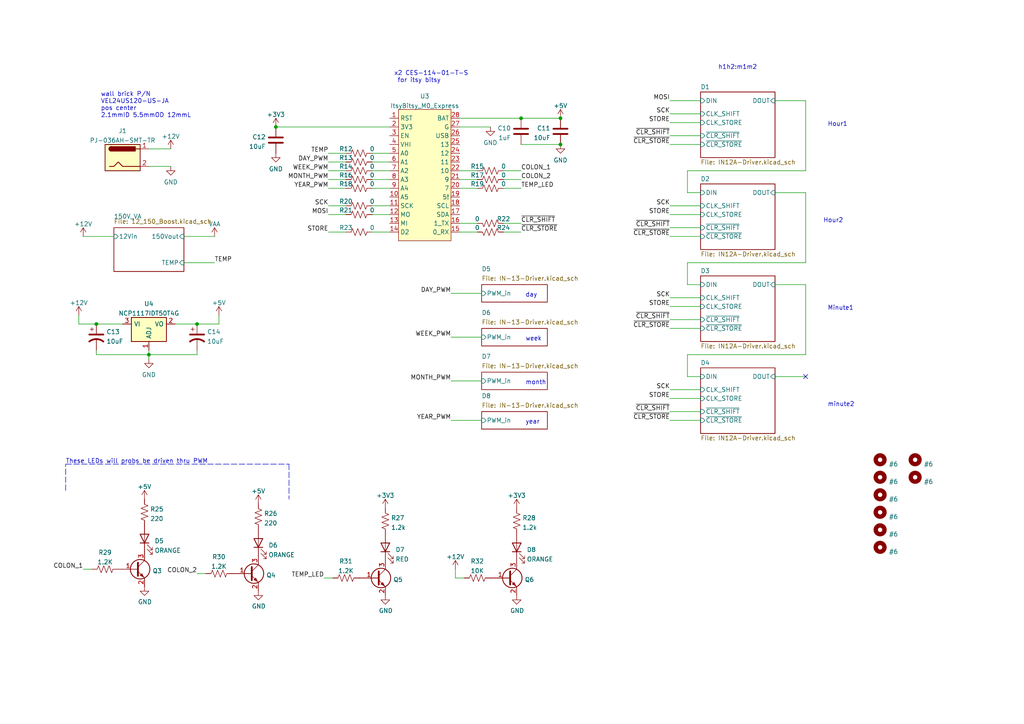
<source format=kicad_sch>
(kicad_sch (version 20211123) (generator eeschema)
  (paper "A4")
  (lib_symbols
    (symbol "Connector:Barrel_Jack" (pin_names (offset 1.016))
      (property "Reference" "J" (at 0 5.334 0))
      (property "Value" "Barrel_Jack" (at 0 -5.08 0))
      (symbol "Barrel_Jack_0_1"
        (rectangle (start -5.08 3.81) (end 5.08 -3.81) (stroke (width 0.254)) (fill (type background)))
        (arc (start -3.302 3.175) (mid -3.937 2.54) (end -3.302 1.905) (stroke (width 0.254)))
        (arc (start -3.302 3.175) (mid -3.937 2.54) (end -3.302 1.905) (stroke (width 0.254)) (fill (type outline)))
        (polyline (pts (xy 5.08 2.54) (xy 3.81 2.54)) (stroke (width 0.254)))
        (polyline (pts (xy -3.81 -2.54) (xy -2.54 -2.54) (xy -1.27 -1.27) (xy 0 -2.54) (xy 2.54 -2.54) (xy 5.08 -2.54)) (stroke (width 0.254)))
        (rectangle (start 3.683 3.175) (end -3.302 1.905) (stroke (width 0.254)) (fill (type outline)))
      )
      (symbol "Barrel_Jack_1_1"
        (pin passive line (at 7.62 2.54 180) (length 2.54) (name "~") (number "1"))
        (pin passive line (at 7.62 -2.54 180) (length 2.54) (name "~") (number "2"))
      )
    )
    (symbol "Device:C" (pin_numbers hide) (pin_names (offset 0.254))
      (property "Reference" "C" (at 0.635 2.54 0))
      (property "Value" "C" (at 0.635 -2.54 0))
      (symbol "C_0_1"
        (polyline (pts (xy -2.032 -0.762) (xy 2.032 -0.762)) (stroke (width 0.508)))
        (polyline (pts (xy -2.032 0.762) (xy 2.032 0.762)) (stroke (width 0.508)))
      )
      (symbol "C_1_1"
        (pin passive line (at 0 3.81 270) (length 2.794) (name "~") (number "1"))
        (pin passive line (at 0 -3.81 90) (length 2.794) (name "~") (number "2"))
      )
    )
    (symbol "Device:C_Polarized_US" (pin_numbers hide) (pin_names (offset 0.254) hide)
      (property "Reference" "C" (at 0.635 2.54 0))
      (property "Value" "C_Polarized_US" (at 0.635 -2.54 0))
      (symbol "C_Polarized_US_0_1"
        (polyline (pts (xy -2.032 0.762) (xy 2.032 0.762)) (stroke (width 0.508)))
        (polyline (pts (xy -1.778 2.286) (xy -0.762 2.286)))
        (polyline (pts (xy -1.27 1.778) (xy -1.27 2.794)))
        (arc (start 2.032 -1.27) (mid 0 -0.5572) (end -2.032 -1.27) (stroke (width 0.508)))
      )
      (symbol "C_Polarized_US_1_1"
        (pin passive line (at 0 3.81 270) (length 2.794) (name "~") (number "1"))
        (pin passive line (at 0 -3.81 90) (length 3.302) (name "~") (number "2"))
      )
    )
    (symbol "Device:LED" (pin_numbers hide) (pin_names (offset 1.016) hide)
      (property "Reference" "D" (at 0 2.54 0))
      (property "Value" "LED" (at 0 -2.54 0))
      (symbol "LED_0_1"
        (polyline (pts (xy -1.27 -1.27) (xy -1.27 1.27)) (stroke (width 0.254)))
        (polyline (pts (xy -1.27 0) (xy 1.27 0)))
        (polyline (pts (xy 1.27 -1.27) (xy 1.27 1.27) (xy -1.27 0) (xy 1.27 -1.27)) (stroke (width 0.254)))
        (polyline (pts (xy -3.048 -0.762) (xy -4.572 -2.286) (xy -3.81 -2.286) (xy -4.572 -2.286) (xy -4.572 -1.524)))
        (polyline (pts (xy -1.778 -0.762) (xy -3.302 -2.286) (xy -2.54 -2.286) (xy -3.302 -2.286) (xy -3.302 -1.524)))
      )
      (symbol "LED_1_1"
        (pin passive line (at -3.81 0 0) (length 2.54) (name "K") (number "1"))
        (pin passive line (at 3.81 0 180) (length 2.54) (name "A") (number "2"))
      )
    )
    (symbol "Device:Q_NPN_BEC" (pin_names (offset 0) hide)
      (property "Reference" "Q" (at 5.08 1.27 0))
      (property "Value" "Q_NPN_BEC" (at 5.08 -1.27 0))
      (symbol "Q_NPN_BEC_0_1"
        (polyline (pts (xy 0.635 0.635) (xy 2.54 2.54)))
        (polyline (pts (xy 0.635 -0.635) (xy 2.54 -2.54) (xy 2.54 -2.54)))
        (polyline (pts (xy 0.635 1.905) (xy 0.635 -1.905) (xy 0.635 -1.905)) (stroke (width 0.508)))
        (polyline (pts (xy 1.27 -1.778) (xy 1.778 -1.27) (xy 2.286 -2.286) (xy 1.27 -1.778) (xy 1.27 -1.778)) (fill (type outline)))
        (circle (center 1.27 0) (radius 2.8194) (stroke (width 0.254)))
      )
      (symbol "Q_NPN_BEC_1_1"
        (pin input line (at -5.08 0 0) (length 5.715) (name "B") (number "1"))
        (pin passive line (at 2.54 -5.08 90) (length 2.54) (name "E") (number "2"))
        (pin passive line (at 2.54 5.08 270) (length 2.54) (name "C") (number "3"))
      )
    )
    (symbol "Device:R_US" (pin_numbers hide) (pin_names (offset 0))
      (property "Reference" "R" (at 2.54 0 90))
      (property "Value" "R_US" (at -2.54 0 90))
      (symbol "R_US_0_1"
        (polyline (pts (xy 0 -2.286) (xy 0 -2.54)))
        (polyline (pts (xy 0 2.286) (xy 0 2.54)))
        (polyline (pts (xy 0 -0.762) (xy 1.016 -1.143) (xy 0 -1.524) (xy -1.016 -1.905) (xy 0 -2.286)))
        (polyline (pts (xy 0 0.762) (xy 1.016 0.381) (xy 0 0) (xy -1.016 -0.381) (xy 0 -0.762)))
        (polyline (pts (xy 0 2.286) (xy 1.016 1.905) (xy 0 1.524) (xy -1.016 1.143) (xy 0 0.762)))
      )
      (symbol "R_US_1_1"
        (pin passive line (at 0 3.81 270) (length 1.27) (name "~") (number "1"))
        (pin passive line (at 0 -3.81 90) (length 1.27) (name "~") (number "2"))
      )
    )
    (symbol "Mechanical:MountingHole" (pin_names (offset 1.016))
      (property "Reference" "H" (at 0 5.08 0))
      (property "Value" "MountingHole" (at 0 3.175 0))
      (symbol "MountingHole_0_1"
        (circle (center 0 0) (radius 1.27) (stroke (width 1.27)))
      )
    )
    (symbol "Regulator_Linear:AMS1117" (pin_names (offset 0.762))
      (property "Reference" "U" (at -3.81 3.175 0))
      (property "Value" "AMS1117" (at 0 3.175 0))
      (symbol "AMS1117_0_1"
        (rectangle (start -5.08 -5.08) (end 5.08 1.905) (stroke (width 0.254)) (fill (type background)))
      )
      (symbol "AMS1117_1_1"
        (pin input line (at 0 -7.62 90) (length 2.54) (name "ADJ") (number "1"))
        (pin power_out line (at 7.62 0 180) (length 2.54) (name "VO") (number "2"))
        (pin power_in line (at -7.62 0 0) (length 2.54) (name "VI") (number "3"))
      )
    )
    (symbol "nixie-tube-clock:ItsyBitsy_nRF52840_Express"
      (property "Reference" "U" (at 0 3.81 0))
      (property "Value" "ItsyBitsy_nRF52840_Express" (at 0 1.27 0))
      (symbol "ItsyBitsy_nRF52840_Express_0_0"
        (pin unspecified line (at -10.16 -2.54 0) (length 2.54) (name "RST") (number "1"))
        (pin unspecified line (at -10.16 -25.4 0) (length 2.54) (name "A5") (number "10"))
        (pin unspecified line (at -10.16 -27.94 0) (length 2.54) (name "SCK") (number "11"))
        (pin unspecified line (at -10.16 -30.48 0) (length 2.54) (name "MO") (number "12"))
        (pin unspecified line (at -10.16 -33.02 0) (length 2.54) (name "MI") (number "13"))
        (pin unspecified line (at -10.16 -35.56 0) (length 2.54) (name "D2") (number "14"))
        (pin unspecified line (at 10.16 -35.56 180) (length 2.54) (name "0_RX") (number "15"))
        (pin unspecified line (at 10.16 -33.02 180) (length 2.54) (name "1_TX") (number "16"))
        (pin unspecified line (at 10.16 -30.48 180) (length 2.54) (name "SDA") (number "17"))
        (pin unspecified line (at 10.16 -27.94 180) (length 2.54) (name "SCL") (number "18"))
        (pin unspecified line (at 10.16 -25.4 180) (length 2.54) (name "5!") (number "19"))
        (pin unspecified line (at -10.16 -5.08 0) (length 2.54) (name "3V3") (number "2"))
        (pin unspecified line (at 10.16 -22.86 180) (length 2.54) (name "7") (number "20"))
        (pin unspecified line (at 10.16 -20.32 180) (length 2.54) (name "9") (number "21"))
        (pin unspecified line (at 10.16 -17.78 180) (length 2.54) (name "10") (number "22"))
        (pin unspecified line (at 10.16 -15.24 180) (length 2.54) (name "11") (number "23"))
        (pin unspecified line (at 10.16 -12.7 180) (length 2.54) (name "12") (number "24"))
        (pin unspecified line (at 10.16 -10.16 180) (length 2.54) (name "13") (number "25"))
        (pin unspecified line (at 10.16 -7.62 180) (length 2.54) (name "USB") (number "26"))
        (pin unspecified line (at 10.16 -5.08 180) (length 2.54) (name "G") (number "27"))
        (pin unspecified line (at 10.16 -2.54 180) (length 2.54) (name "BAT") (number "28"))
        (pin unspecified line (at -10.16 -7.62 0) (length 2.54) (name "EN") (number "3"))
        (pin unspecified line (at -10.16 -10.16 0) (length 2.54) (name "VHI") (number "4"))
        (pin unspecified line (at -10.16 -12.7 0) (length 2.54) (name "A0") (number "5"))
        (pin unspecified line (at -10.16 -15.24 0) (length 2.54) (name "A1") (number "6"))
        (pin unspecified line (at -10.16 -17.78 0) (length 2.54) (name "A2") (number "7"))
        (pin unspecified line (at -10.16 -20.32 0) (length 2.54) (name "A3") (number "8"))
        (pin unspecified line (at -10.16 -22.86 0) (length 2.54) (name "A4") (number "9"))
      )
      (symbol "ItsyBitsy_nRF52840_Express_0_1"
        (rectangle (start -7.62 0) (end 7.62 -38.1) (fill (type background)))
      )
    )
    (symbol "power:+12V" (power) (pin_names (offset 0))
      (property "Value" "+12V" (at 0 3.556 0))
      (symbol "+12V_0_1"
        (polyline (pts (xy -0.762 1.27) (xy 0 2.54)))
        (polyline (pts (xy 0 0) (xy 0 2.54)))
        (polyline (pts (xy 0 2.54) (xy 0.762 1.27)))
      )
      (symbol "+12V_1_1"
        (pin power_in line (at 0 0 90) (length 0) hide (name "+12V") (number "1"))
      )
    )
    (symbol "power:+3.3V" (power) (pin_names (offset 0))
      (property "Value" "+3.3V" (at 0 3.556 0))
      (symbol "+3.3V_0_1"
        (polyline (pts (xy -0.762 1.27) (xy 0 2.54)))
        (polyline (pts (xy 0 0) (xy 0 2.54)))
        (polyline (pts (xy 0 2.54) (xy 0.762 1.27)))
      )
      (symbol "+3.3V_1_1"
        (pin power_in line (at 0 0 90) (length 0) hide (name "+3V3") (number "1"))
      )
    )
    (symbol "power:+5V" (power) (pin_names (offset 0))
      (property "Value" "+5V" (at 0 3.556 0))
      (symbol "+5V_0_1"
        (polyline (pts (xy -0.762 1.27) (xy 0 2.54)))
        (polyline (pts (xy 0 0) (xy 0 2.54)))
        (polyline (pts (xy 0 2.54) (xy 0.762 1.27)))
      )
      (symbol "+5V_1_1"
        (pin power_in line (at 0 0 90) (length 0) hide (name "+5V") (number "1"))
      )
    )
    (symbol "power:GND" (power) (pin_names (offset 0))
      (property "Value" "GND" (at 0 -3.81 0))
      (symbol "GND_0_1"
        (polyline (pts (xy 0 0) (xy 0 -1.27) (xy 1.27 -1.27) (xy 0 -2.54) (xy -1.27 -1.27) (xy 0 -1.27)))
      )
      (symbol "GND_1_1"
        (pin power_in line (at 0 0 270) (length 0) hide (name "GND") (number "1"))
      )
    )
    (symbol "power:VAA" (power) (pin_names (offset 0))
      (property "Value" "VAA" (at 0 3.81 0))
      (symbol "VAA_0_1"
        (polyline (pts (xy -0.762 1.27) (xy 0 2.54)))
        (polyline (pts (xy 0 0) (xy 0 2.54)))
        (polyline (pts (xy 0 2.54) (xy 0.762 1.27)))
      )
      (symbol "VAA_1_1"
        (pin power_in line (at 0 0 90) (length 0) hide (name "VAA") (number "1"))
      )
    )
  )
  (junction (at 162.56 34.29))
  (junction (at 43.18 102.87))
  (junction (at 151.13 34.29))
  (junction (at 162.56 41.91))
  (junction (at 27.94 93.98))
  (junction (at 57.15 93.98))
  (junction (at 80.01 36.83))
  (no_connect (at 233.68 109.22))
  (wire (pts (xy 138.43 64.77) (xy 133.35 64.77)))
  (wire (pts (xy 194.31 92.71) (xy 203.2 92.71)))
  (wire (pts (xy 93.98 167.64) (xy 96.52 167.64)))
  (wire (pts (xy 107.95 52.07) (xy 113.03 52.07)))
  (wire (pts (xy 95.25 46.99) (xy 100.33 46.99)))
  (wire (pts (xy 194.31 66.04) (xy 203.2 66.04)))
  (wire (pts (xy 146.05 54.61) (xy 151.13 54.61)))
  (wire (pts (xy 194.31 119.38) (xy 203.2 119.38)))
  (wire (pts (xy 95.25 62.23) (xy 100.33 62.23)))
  (wire (pts (xy 95.25 49.53) (xy 100.33 49.53)))
  (polyline (pts (xy 83.82 134.62) (xy 83.82 144.78)))
  (wire (pts (xy 43.18 104.14) (xy 43.18 102.87)))
  (wire (pts (xy 27.94 93.98) (xy 22.86 93.98)))
  (wire (pts (xy 95.25 67.31) (xy 100.33 67.31)))
  (wire (pts (xy 57.15 93.98) (xy 63.5 93.98)))
  (wire (pts (xy 199.39 49.53) (xy 199.39 55.88)))
  (wire (pts (xy 132.08 165.1) (xy 132.08 167.64)))
  (wire (pts (xy 43.18 48.26) (xy 49.53 48.26)))
  (wire (pts (xy 133.35 49.53) (xy 138.43 49.53)))
  (polyline (pts (xy 19.05 134.62) (xy 83.82 134.62)))
  (wire (pts (xy 194.31 113.03) (xy 203.2 113.03)))
  (wire (pts (xy 107.95 49.53) (xy 113.03 49.53)))
  (wire (pts (xy 43.18 102.87) (xy 27.94 102.87)))
  (wire (pts (xy 63.5 91.44) (xy 63.5 93.98)))
  (wire (pts (xy 95.25 59.69) (xy 100.33 59.69)))
  (wire (pts (xy 224.79 82.55) (xy 233.68 82.55)))
  (wire (pts (xy 57.15 101.6) (xy 57.15 102.87)))
  (wire (pts (xy 162.56 34.29) (xy 151.13 34.29)))
  (wire (pts (xy 194.31 59.69) (xy 203.2 59.69)))
  (wire (pts (xy 233.68 55.88) (xy 233.68 76.2)))
  (wire (pts (xy 224.79 29.21) (xy 233.68 29.21)))
  (wire (pts (xy 130.81 97.79) (xy 139.7 97.79)))
  (wire (pts (xy 233.68 102.87) (xy 199.39 102.87)))
  (wire (pts (xy 57.15 166.37) (xy 59.69 166.37)))
  (wire (pts (xy 50.8 93.98) (xy 57.15 93.98)))
  (wire (pts (xy 233.68 82.55) (xy 233.68 102.87)))
  (wire (pts (xy 194.31 62.23) (xy 203.2 62.23)))
  (wire (pts (xy 162.56 41.91) (xy 151.13 41.91)))
  (wire (pts (xy 43.18 102.87) (xy 57.15 102.87)))
  (wire (pts (xy 22.86 91.44) (xy 22.86 93.98)))
  (wire (pts (xy 233.68 76.2) (xy 199.39 76.2)))
  (wire (pts (xy 233.68 29.21) (xy 233.68 49.53)))
  (wire (pts (xy 107.95 67.31) (xy 113.03 67.31)))
  (wire (pts (xy 224.79 109.22) (xy 233.68 109.22)))
  (wire (pts (xy 199.39 76.2) (xy 199.39 82.55)))
  (wire (pts (xy 133.35 36.83) (xy 142.24 36.83)))
  (wire (pts (xy 224.79 55.88) (xy 233.68 55.88)))
  (wire (pts (xy 95.25 44.45) (xy 100.33 44.45)))
  (wire (pts (xy 194.31 115.57) (xy 203.2 115.57)))
  (wire (pts (xy 132.08 167.64) (xy 134.62 167.64)))
  (wire (pts (xy 133.35 52.07) (xy 138.43 52.07)))
  (wire (pts (xy 107.95 44.45) (xy 113.03 44.45)))
  (wire (pts (xy 233.68 49.53) (xy 199.39 49.53)))
  (wire (pts (xy 80.01 36.83) (xy 113.03 36.83)))
  (wire (pts (xy 130.81 85.09) (xy 139.7 85.09)))
  (wire (pts (xy 199.39 82.55) (xy 203.2 82.55)))
  (wire (pts (xy 107.95 46.99) (xy 113.03 46.99)))
  (wire (pts (xy 27.94 102.87) (xy 27.94 101.6)))
  (wire (pts (xy 130.81 110.49) (xy 139.7 110.49)))
  (wire (pts (xy 138.43 67.31) (xy 133.35 67.31)))
  (wire (pts (xy 43.18 43.18) (xy 49.53 43.18)))
  (wire (pts (xy 151.13 67.31) (xy 146.05 67.31)))
  (wire (pts (xy 95.25 52.07) (xy 100.33 52.07)))
  (wire (pts (xy 199.39 109.22) (xy 203.2 109.22)))
  (wire (pts (xy 24.13 68.58) (xy 33.02 68.58)))
  (wire (pts (xy 53.34 76.2) (xy 62.23 76.2)))
  (wire (pts (xy 107.95 59.69) (xy 113.03 59.69)))
  (wire (pts (xy 151.13 64.77) (xy 146.05 64.77)))
  (wire (pts (xy 107.95 62.23) (xy 113.03 62.23)))
  (wire (pts (xy 194.31 95.25) (xy 203.2 95.25)))
  (wire (pts (xy 194.31 121.92) (xy 203.2 121.92)))
  (wire (pts (xy 130.81 121.92) (xy 139.7 121.92)))
  (wire (pts (xy 35.56 93.98) (xy 27.94 93.98)))
  (polyline (pts (xy 19.05 142.24) (xy 19.05 134.62)))
  (wire (pts (xy 194.31 39.37) (xy 203.2 39.37)))
  (wire (pts (xy 146.05 52.07) (xy 151.13 52.07)))
  (wire (pts (xy 194.31 88.9) (xy 203.2 88.9)))
  (wire (pts (xy 194.31 35.56) (xy 203.2 35.56)))
  (wire (pts (xy 133.35 54.61) (xy 138.43 54.61)))
  (wire (pts (xy 95.25 54.61) (xy 100.33 54.61)))
  (wire (pts (xy 199.39 102.87) (xy 199.39 109.22)))
  (wire (pts (xy 194.31 33.02) (xy 203.2 33.02)))
  (wire (pts (xy 24.13 165.1) (xy 26.67 165.1)))
  (wire (pts (xy 194.31 68.58) (xy 203.2 68.58)))
  (wire (pts (xy 151.13 34.29) (xy 133.35 34.29)))
  (wire (pts (xy 194.31 29.21) (xy 203.2 29.21)))
  (wire (pts (xy 199.39 55.88) (xy 203.2 55.88)))
  (wire (pts (xy 146.05 49.53) (xy 151.13 49.53)))
  (wire (pts (xy 107.95 54.61) (xy 113.03 54.61)))
  (wire (pts (xy 194.31 41.91) (xy 203.2 41.91)))
  (wire (pts (xy 53.34 68.58) (xy 62.23 68.58)))
  (wire (pts (xy 194.31 86.36) (xy 203.2 86.36)))
  (wire (pts (xy 43.18 101.6) (xy 43.18 102.87)))
  (text "wall brick P/N\nVEL24US120-US-JA\npos center\n2.1mmID 5.5mmOD 12mmL" (at 29.21 34.29 0) (effects (font (size 1.27 1.27)) (justify left bottom)))
  (text "week" (at 152.4 99.06 0) (effects (font (size 1.27 1.27)) (justify left bottom)))
  (text "These LEDs will probs be driven thru PWM" (at 19.05 134.62 0) (effects (font (size 1.27 1.27)) (justify left bottom)))
  (text "h1h2:m1m2" (at 208.28 20.32 0) (effects (font (size 1.27 1.27)) (justify left bottom)))
  (text "year" (at 152.4 123.19 0) (effects (font (size 1.27 1.27)) (justify left bottom)))
  (text "minute2" (at 240.03 118.11 0) (effects (font (size 1.27 1.27)) (justify left bottom)))
  (text "x2 CES-114-01-T-S\n for itsy bitsy" (at 114.3 24.13 0) (effects (font (size 1.27 1.27)) (justify left bottom)))
  (text "Minute1" (at 240.03 90.17 0) (effects (font (size 1.27 1.27)) (justify left bottom)))
  (text "day" (at 152.4 86.36 0) (effects (font (size 1.27 1.27)) (justify left bottom)))
  (text "month" (at 152.4 111.76 0) (effects (font (size 1.27 1.27)) (justify left bottom)))
  (text "Hour2" (at 238.76 64.77 0) (effects (font (size 1.27 1.27)) (justify left bottom)))
  (text "Hour1" (at 240.03 36.83 0) (effects (font (size 1.27 1.27)) (justify left bottom)))
  (label "DAY_PWM" (at 95.25 46.99 180))
  (label "TEMP_LED" (at 151.13 54.61 0))
  (label "COLON_2" (at 57.15 166.37 180))
  (label "SCK" (at 194.31 86.36 180))
  (label "WEEK_PWM" (at 95.25 49.53 180))
  (label "~{CLR_SHIFT}" (at 151.13 64.77 0))
  (label "~{CLR_STORE}" (at 194.31 68.58 180))
  (label "STORE" (at 194.31 62.23 180))
  (label "STORE" (at 194.31 115.57 180))
  (label "SCK" (at 194.31 59.69 180))
  (label "STORE" (at 95.25 67.31 180))
  (label "~{CLR_SHIFT}" (at 194.31 66.04 180))
  (label "YEAR_PWM" (at 95.25 54.61 180))
  (label "DAY_PWM" (at 130.81 85.09 180))
  (label "MOSI" (at 95.25 62.23 180))
  (label "TEMP" (at 95.25 44.45 180))
  (label "MONTH_PWM" (at 130.81 110.49 180))
  (label "COLON_1" (at 151.13 49.53 0))
  (label "STORE" (at 194.31 88.9 180))
  (label "STORE" (at 194.31 35.56 180))
  (label "~{CLR_SHIFT}" (at 194.31 92.71 180))
  (label "~{CLR_SHIFT}" (at 194.31 119.38 180))
  (label "SCK" (at 194.31 113.03 180))
  (label "~{CLR_STORE}" (at 194.31 41.91 180))
  (label "~{CLR_STORE}" (at 194.31 121.92 180))
  (label "TEMP_LED" (at 93.98 167.64 180))
  (label "MONTH_PWM" (at 95.25 52.07 180))
  (label "COLON_1" (at 24.13 165.1 180))
  (label "COLON_2" (at 151.13 52.07 0))
  (label "~{CLR_STORE}" (at 194.31 95.25 180))
  (label "SCK" (at 194.31 33.02 180))
  (label "YEAR_PWM" (at 130.81 121.92 180))
  (label "MOSI" (at 194.31 29.21 180))
  (label "WEEK_PWM" (at 130.81 97.79 180))
  (label "~{CLR_STORE}" (at 151.13 67.31 0))
  (label "TEMP" (at 62.23 76.2 0))
  (label "SCK" (at 95.25 59.69 180))
  (label "~{CLR_SHIFT}" (at 194.31 39.37 180))
  (symbol (lib_id "power:+5V") (at 41.91 144.78 0) (mirror y) (unit 1)
    (property "Reference" "#PWR034" (effects hide))
    (property "Value" "+5V" (at 41.91 141.1755 0))
  )
  (symbol (lib_id "Device:LED") (at 74.93 157.48 90) (unit 1)
    (property "Reference" "D6" (at 77.851 158.159 90) (effects (justify right)))
    (property "Value" "ORANGE" (at 77.851 160.9341 90) (effects (justify right)))
    (property "Footprint" "LED_THT:LED_D8.0mm" (effects hide))
    (property "Datasheet" "NTE30055" (effects hide))
  )
  (symbol (lib_id "Device:R_US") (at 142.24 64.77 270) (mirror x) (unit 1)
    (property "Reference" "R22" (at 146.05 63.5 90))
    (property "Value" "0" (at 138.43 63.5 90))
    (property "Footprint" "Resistor_SMD:R_0805_2012Metric" (effects hide))
  )
  (symbol (lib_id "power:VAA") (at 62.23 68.58 0) (unit 1)
    (property "Reference" "#PWR030" (effects hide))
    (property "Value" "VAA" (at 62.23 64.9755 0))
  )
  (symbol (lib_id "power:GND") (at 162.56 41.91 0) (mirror y) (unit 1)
    (property "Reference" "#PWR025" (effects hide))
    (property "Value" "GND" (at 162.56 46.4725 0))
  )
  (symbol (lib_id "Regulator_Linear:AMS1117") (at 43.18 93.98 0) (unit 1)
    (property "Reference" "U4" (at 43.18 88.1085 0))
    (property "Value" "NCP1117IDT50T4G" (at 43.18 90.8836 0))
    (property "Footprint" "Package_TO_SOT_SMD:TO-252-2" (effects hide))
    (property "Datasheet" "NCP1117IDT50T4G" (effects hide))
  )
  (symbol (lib_id "Device:C") (at 162.56 38.1 0) (mirror y) (unit 1)
    (property "Reference" "C11" (at 159.639 37.1915 0) (effects (justify left)))
    (property "Value" "10uF" (at 159.639 39.9666 0) (effects (justify left)))
    (property "Footprint" "Capacitor_SMD:C_0805_2012Metric" (effects hide))
  )
  (symbol (lib_id "power:+5V") (at 63.5 91.44 0) (mirror y) (unit 1)
    (property "Reference" "#PWR032" (effects hide))
    (property "Value" "+5V" (at 63.5 87.8355 0))
  )
  (symbol (lib_id "Device:R_US") (at 104.14 67.31 90) (unit 1)
    (property "Reference" "R23" (at 100.33 66.04 90))
    (property "Value" "0" (at 107.95 66.04 90))
    (property "Footprint" "Resistor_SMD:R_0805_2012Metric" (effects hide))
  )
  (symbol (lib_id "Device:LED") (at 149.86 158.75 90) (unit 1)
    (property "Reference" "D8" (at 152.781 159.429 90) (effects (justify right)))
    (property "Value" "ORANGE" (at 152.781 162.2041 90) (effects (justify right)))
    (property "Footprint" "Diode_SMD:D_0805_2012Metric" (effects hide))
    (property "Datasheet" "LO R976-PS-1" (effects hide))
  )
  (symbol (lib_id "Device:R_US") (at 111.76 151.13 0) (unit 1)
    (property "Reference" "R27" (at 113.411 150.2215 0) (effects (justify left)))
    (property "Value" "1.2k" (at 113.411 152.9966 0) (effects (justify left)))
    (property "Footprint" "Resistor_SMD:R_0805_2012Metric" (effects hide))
  )
  (symbol (lib_id "Mechanical:MountingHole") (at 255.27 133.35 0) (unit 1)
    (property "Reference" "H1" (effects hide))
    (property "Value" "#6" (at 257.81 134.6199 0) (effects (justify left)))
    (property "Footprint" "nixie_tube_clock:#6 Hole" (effects hide))
  )
  (symbol (lib_id "Device:R_US") (at 30.48 165.1 90) (unit 1)
    (property "Reference" "R29" (at 30.48 160.2445 90))
    (property "Value" "1.2K" (at 30.48 163.0196 90))
    (property "Footprint" "Resistor_SMD:R_0805_2012Metric" (effects hide))
  )
  (symbol (lib_id "power:GND") (at 41.91 170.18 0) (unit 1)
    (property "Reference" "#PWR039" (effects hide))
    (property "Value" "GND" (at 42.037 174.5742 0))
  )
  (symbol (lib_id "power:GND") (at 43.18 104.14 0) (mirror y) (unit 1)
    (property "Reference" "#PWR033" (effects hide))
    (property "Value" "GND" (at 43.18 108.7025 0))
  )
  (symbol (lib_id "Device:R_US") (at 104.14 49.53 90) (unit 1)
    (property "Reference" "R14" (at 100.33 48.26 90))
    (property "Value" "0" (at 107.95 48.26 90))
    (property "Footprint" "Resistor_SMD:R_0805_2012Metric" (effects hide))
  )
  (symbol (lib_id "Device:Q_NPN_BEC") (at 39.37 165.1 0) (unit 1)
    (property "Reference" "Q3" (at 44.2214 165.579 0) (effects (justify left)))
    (property "Value" "MMSTA42-7-F" (effects hide))
    (property "Footprint" "Package_TO_SOT_SMD:SOT-323_SC-70_Handsoldering" (effects hide))
  )
  (symbol (lib_id "power:+12V") (at 49.53 43.18 0) (unit 1)
    (property "Reference" "#PWR026" (effects hide))
    (property "Value" "+12V" (at 49.53 39.5755 0))
  )
  (symbol (lib_id "Device:R_US") (at 63.5 166.37 90) (unit 1)
    (property "Reference" "R30" (at 63.5 161.5145 90))
    (property "Value" "1.2K" (at 63.5 164.2896 90))
    (property "Footprint" "Resistor_SMD:R_0805_2012Metric" (effects hide))
  )
  (symbol (lib_id "Device:R_US") (at 104.14 62.23 90) (unit 1)
    (property "Reference" "R21" (at 100.33 60.96 90))
    (property "Value" "0" (at 107.95 60.96 90))
    (property "Footprint" "Resistor_SMD:R_0805_2012Metric" (effects hide))
  )
  (symbol (lib_id "Device:C_Polarized_US") (at 57.15 97.79 0) (unit 1)
    (property "Reference" "C14" (at 60.071 96.2465 0) (effects (justify left)))
    (property "Value" "10uF" (at 60.071 99.0216 0) (effects (justify left)))
    (property "Footprint" "Capacitor_THT:CP_Radial_D4.0mm_P1.50mm" (effects hide))
    (property "Datasheet" "35ML10MEFCT54X7" (effects hide))
  )
  (symbol (lib_id "Device:R_US") (at 74.93 149.86 0) (unit 1)
    (property "Reference" "R26" (at 76.581 148.9515 0) (effects (justify left)))
    (property "Value" "220" (at 76.581 151.7266 0) (effects (justify left)))
    (property "Footprint" "Resistor_SMD:R_0805_2012Metric" (effects hide))
  )
  (symbol (lib_id "Device:LED") (at 41.91 156.21 90) (unit 1)
    (property "Reference" "D5" (at 44.831 156.889 90) (effects (justify right)))
    (property "Value" "ORANGE" (at 44.831 159.6641 90) (effects (justify right)))
    (property "Footprint" "LED_THT:LED_D8.0mm" (effects hide))
    (property "Datasheet" "NTE30055" (effects hide))
  )
  (symbol (lib_id "Device:LED") (at 111.76 158.75 90) (unit 1)
    (property "Reference" "D7" (at 114.681 159.429 90) (effects (justify right)))
    (property "Value" "RED" (at 114.681 162.2041 90) (effects (justify right)))
    (property "Footprint" "Diode_SMD:D_0805_2012Metric" (effects hide))
  )
  (symbol (lib_id "Device:C_Polarized_US") (at 27.94 97.79 0) (unit 1)
    (property "Reference" "C13" (at 30.861 96.2465 0) (effects (justify left)))
    (property "Value" "10uF" (at 30.861 99.0216 0) (effects (justify left)))
    (property "Footprint" "Capacitor_THT:CP_Radial_D4.0mm_P1.50mm" (effects hide))
    (property "Datasheet" "35ML10MEFCT54X7" (effects hide))
  )
  (symbol (lib_id "power:+12V") (at 22.86 91.44 0) (unit 1)
    (property "Reference" "#PWR031" (effects hide))
    (property "Value" "+12V" (at 22.86 87.8355 0))
  )
  (symbol (lib_id "Mechanical:MountingHole") (at 255.27 143.51 0) (unit 1)
    (property "Reference" "H3" (effects hide))
    (property "Value" "#6" (at 257.81 144.7799 0) (effects (justify left)))
    (property "Footprint" "nixie_tube_clock:#6 Hole" (effects hide))
  )
  (symbol (lib_id "Device:R_US") (at 142.24 67.31 270) (mirror x) (unit 1)
    (property "Reference" "R24" (at 146.05 66.04 90))
    (property "Value" "0" (at 138.43 66.04 90))
    (property "Footprint" "Resistor_SMD:R_0805_2012Metric" (effects hide))
  )
  (symbol (lib_id "power:+3.3V") (at 149.86 147.32 0) (mirror y) (unit 1)
    (property "Reference" "#PWR037" (effects hide))
    (property "Value" "+3.3V" (at 149.86 143.7155 0))
  )
  (symbol (lib_id "Device:R_US") (at 104.14 52.07 90) (unit 1)
    (property "Reference" "R16" (at 100.33 50.8 90))
    (property "Value" "0" (at 107.95 50.8 90))
    (property "Footprint" "Resistor_SMD:R_0805_2012Metric" (effects hide))
  )
  (symbol (lib_id "Device:R_US") (at 104.14 59.69 90) (unit 1)
    (property "Reference" "R20" (at 100.33 58.42 90))
    (property "Value" "0" (at 107.95 58.42 90))
    (property "Footprint" "Resistor_SMD:R_0805_2012Metric" (effects hide))
  )
  (symbol (lib_id "Device:R_US") (at 41.91 148.59 0) (unit 1)
    (property "Reference" "R25" (at 43.561 147.6815 0) (effects (justify left)))
    (property "Value" "220" (at 43.561 150.4566 0) (effects (justify left)))
    (property "Footprint" "Resistor_SMD:R_0805_2012Metric" (effects hide))
  )
  (symbol (lib_id "power:GND") (at 111.76 172.72 0) (unit 1)
    (property "Reference" "#PWR041" (effects hide))
    (property "Value" "GND" (at 111.887 177.1142 0))
  )
  (symbol (lib_id "Mechanical:MountingHole") (at 255.27 148.59 0) (unit 1)
    (property "Reference" "H4" (effects hide))
    (property "Value" "#6" (at 257.81 149.8599 0) (effects (justify left)))
    (property "Footprint" "nixie_tube_clock:#6 Hole" (effects hide))
  )
  (symbol (lib_id "Device:Q_NPN_BEC") (at 109.22 167.64 0) (unit 1)
    (property "Reference" "Q5" (at 114.0714 168.119 0) (effects (justify left)))
    (property "Value" "MMSTA42-7-F" (effects hide))
    (property "Footprint" "Package_TO_SOT_SMD:SOT-323_SC-70_Handsoldering" (effects hide))
  )
  (symbol (lib_id "Connector:Barrel_Jack") (at 35.56 45.72 0) (unit 1)
    (property "Reference" "J1" (at 35.56 37.9435 0))
    (property "Value" "PJ-036AH-SMT-TR" (at 35.56 40.7186 0))
    (property "Footprint" "Connector_BarrelJack:BarrelJack_CUI_PJ-036AH-SMT_Horizontal" (effects hide))
    (property "Datasheet" "PJ-036AH-SMT-TR" (effects hide))
  )
  (symbol (lib_id "Mechanical:MountingHole") (at 255.27 153.67 0) (unit 1)
    (property "Reference" "H5" (effects hide))
    (property "Value" "#6" (at 257.81 154.9399 0) (effects (justify left)))
    (property "Footprint" "nixie_tube_clock:#6 Hole" (effects hide))
  )
  (symbol (lib_id "power:+3.3V") (at 111.76 147.32 0) (mirror y) (unit 1)
    (property "Reference" "#PWR036" (effects hide))
    (property "Value" "+3.3V" (at 111.76 143.7155 0))
  )
  (symbol (lib_id "Device:C") (at 151.13 38.1 0) (mirror y) (unit 1)
    (property "Reference" "C10" (at 148.209 37.1915 0) (effects (justify left)))
    (property "Value" "1uF" (at 148.209 39.9666 0) (effects (justify left)))
    (property "Footprint" "Capacitor_SMD:C_0805_2012Metric" (effects hide))
  )
  (symbol (lib_id "power:+12V") (at 24.13 68.58 0) (unit 1)
    (property "Reference" "#PWR029" (effects hide))
    (property "Value" "+12V" (at 24.13 64.9755 0))
  )
  (symbol (lib_id "power:GND") (at 142.24 36.83 0) (mirror y) (unit 1)
    (property "Reference" "#PWR024" (effects hide))
    (property "Value" "GND" (at 142.24 41.3925 0))
  )
  (symbol (lib_id "power:+5V") (at 74.93 146.05 0) (mirror y) (unit 1)
    (property "Reference" "#PWR035" (effects hide))
    (property "Value" "+5V" (at 74.93 142.4455 0))
  )
  (symbol (lib_id "Device:R_US") (at 100.33 167.64 90) (unit 1)
    (property "Reference" "R31" (at 100.33 162.7845 90))
    (property "Value" "1.2K" (at 100.33 165.5596 90))
    (property "Footprint" "Resistor_SMD:R_0805_2012Metric" (effects hide))
  )
  (symbol (lib_id "Device:R_US") (at 104.14 54.61 90) (unit 1)
    (property "Reference" "R18" (at 100.33 53.34 90))
    (property "Value" "0" (at 107.95 53.34 90))
    (property "Footprint" "Resistor_SMD:R_0805_2012Metric" (effects hide))
  )
  (symbol (lib_id "Mechanical:MountingHole") (at 255.27 158.75 0) (unit 1)
    (property "Reference" "H6" (effects hide))
    (property "Value" "#6" (at 257.81 160.0199 0) (effects (justify left)))
    (property "Footprint" "nixie_tube_clock:#6 Hole" (effects hide))
  )
  (symbol (lib_id "power:+3.3V") (at 80.01 36.83 0) (mirror y) (unit 1)
    (property "Reference" "#PWR023" (effects hide))
    (property "Value" "+3.3V" (at 80.01 33.2255 0))
  )
  (symbol (lib_id "Device:R_US") (at 142.24 49.53 90) (unit 1)
    (property "Reference" "R15" (at 138.43 48.26 90))
    (property "Value" "0" (at 146.05 48.26 90))
    (property "Footprint" "Resistor_SMD:R_0805_2012Metric" (effects hide))
  )
  (symbol (lib_id "Device:C") (at 80.01 40.64 0) (mirror y) (unit 1)
    (property "Reference" "C12" (at 77.089 39.7315 0) (effects (justify left)))
    (property "Value" "10uF" (at 77.089 42.5066 0) (effects (justify left)))
    (property "Footprint" "Capacitor_SMD:C_0805_2012Metric" (effects hide))
  )
  (symbol (lib_id "power:+12V") (at 132.08 165.1 0) (unit 1)
    (property "Reference" "#PWR038" (effects hide))
    (property "Value" "+12V" (at 132.08 161.4955 0))
  )
  (symbol (lib_id "nixie-tube-clock:ItsyBitsy_nRF52840_Express") (at 123.19 31.75 0) (unit 1)
    (property "Reference" "U3" (at 123.19 27.9105 0))
    (property "Value" "ItsyBitsy_M0_Express" (at 123.19 30.6856 0))
    (property "Footprint" "nixie_tube_clock:ItsyBitsy" (effects hide))
  )
  (symbol (lib_id "power:GND") (at 80.01 44.45 0) (mirror y) (unit 1)
    (property "Reference" "#PWR027" (effects hide))
    (property "Value" "GND" (at 80.01 49.0125 0))
  )
  (symbol (lib_id "power:+5V") (at 162.56 34.29 0) (mirror y) (unit 1)
    (property "Reference" "#PWR022" (effects hide))
    (property "Value" "+5V" (at 162.56 30.6855 0))
  )
  (symbol (lib_id "Mechanical:MountingHole") (at 265.43 133.35 0) (unit 1)
    (property "Reference" "H7" (effects hide))
    (property "Value" "#6" (at 267.97 134.6199 0) (effects (justify left)))
    (property "Footprint" "nixie_tube_clock:#6 Hole" (effects hide))
  )
  (symbol (lib_id "Device:R_US") (at 142.24 54.61 90) (unit 1)
    (property "Reference" "R19" (at 138.43 53.34 90))
    (property "Value" "0" (at 146.05 53.34 90))
    (property "Footprint" "Resistor_SMD:R_0805_2012Metric" (effects hide))
  )
  (symbol (lib_id "Mechanical:MountingHole") (at 265.43 138.43 0) (unit 1)
    (property "Reference" "H8" (effects hide))
    (property "Value" "#6" (at 267.97 139.6999 0) (effects (justify left)))
    (property "Footprint" "nixie_tube_clock:#6 Hole" (effects hide))
  )
  (symbol (lib_id "Device:R_US") (at 104.14 44.45 90) (unit 1)
    (property "Reference" "R12" (at 100.33 43.18 90))
    (property "Value" "0" (at 107.95 43.18 90))
    (property "Footprint" "Resistor_SMD:R_0805_2012Metric" (effects hide))
  )
  (symbol (lib_id "Device:Q_NPN_BEC") (at 147.32 167.64 0) (unit 1)
    (property "Reference" "Q6" (at 152.1714 168.119 0) (effects (justify left)))
    (property "Value" "MMSTA42-7-F" (effects hide))
    (property "Footprint" "Package_TO_SOT_SMD:SOT-323_SC-70_Handsoldering" (effects hide))
  )
  (symbol (lib_id "power:GND") (at 49.53 48.26 0) (mirror y) (unit 1)
    (property "Reference" "#PWR028" (effects hide))
    (property "Value" "GND" (at 49.53 52.8225 0))
  )
  (symbol (lib_id "Device:R_US") (at 149.86 151.13 0) (unit 1)
    (property "Reference" "R28" (at 151.511 150.2215 0) (effects (justify left)))
    (property "Value" "1.2k" (at 151.511 152.9966 0) (effects (justify left)))
    (property "Footprint" "Resistor_SMD:R_0805_2012Metric" (effects hide))
  )
  (symbol (lib_id "Device:R_US") (at 104.14 46.99 90) (unit 1)
    (property "Reference" "R13" (at 100.33 45.72 90))
    (property "Value" "0" (at 107.95 45.72 90))
    (property "Footprint" "Resistor_SMD:R_0805_2012Metric" (effects hide))
  )
  (symbol (lib_id "power:GND") (at 74.93 171.45 0) (unit 1)
    (property "Reference" "#PWR040" (effects hide))
    (property "Value" "GND" (at 75.057 175.8442 0))
  )
  (symbol (lib_id "Device:R_US") (at 138.43 167.64 90) (unit 1)
    (property "Reference" "R32" (at 138.43 162.7845 90))
    (property "Value" "10K" (at 138.43 165.5596 90))
    (property "Footprint" "Resistor_SMD:R_0805_2012Metric" (effects hide))
  )
  (symbol (lib_id "Mechanical:MountingHole") (at 255.27 138.43 0) (unit 1)
    (property "Reference" "H2" (effects hide))
    (property "Value" "#6" (at 257.81 139.6999 0) (effects (justify left)))
    (property "Footprint" "nixie_tube_clock:#6 Hole" (effects hide))
  )
  (symbol (lib_id "power:GND") (at 149.86 172.72 0) (unit 1)
    (property "Reference" "#PWR042" (effects hide))
    (property "Value" "GND" (at 149.987 177.1142 0))
  )
  (symbol (lib_id "Device:R_US") (at 142.24 52.07 90) (unit 1)
    (property "Reference" "R17" (at 138.43 50.8 90))
    (property "Value" "0" (at 146.05 50.8 90))
    (property "Footprint" "Resistor_SMD:R_0805_2012Metric" (effects hide))
  )
  (symbol (lib_id "Device:Q_NPN_BEC") (at 72.39 166.37 0) (unit 1)
    (property "Reference" "Q4" (at 77.2414 166.849 0) (effects (justify left)))
    (property "Value" "MMSTA42-7-F" (effects hide))
    (property "Footprint" "Package_TO_SOT_SMD:SOT-323_SC-70_Handsoldering" (effects hide))
  )
  (sheet (at 203.2 80.01) (size 21.59 19.05) (stroke (width 0.1524))
    (property "Sheet name" "D3" (at 203.2 79.2984 0) (effects (justify left bottom)))
    (property "Sheet file" "IN12A-Driver.kicad_sch" (at 203.2 99.6446 0) (effects (justify left top)))
    (pin "DOUT" input (at 224.79 82.55 0))
    (pin "~{CLR_STORE}" input (at 203.2 95.25 180))
    (pin "~{CLR_SHIFT}" input (at 203.2 92.71 180))
    (pin "CLK_SHIFT" input (at 203.2 86.36 180))
    (pin "CLK_STORE" input (at 203.2 88.9 180))
    (pin "DIN" input (at 203.2 82.55 180))
  )
  (sheet (at 203.2 106.68) (size 21.59 19.05) (stroke (width 0.1524))
    (property "Sheet name" "D4" (at 203.2 105.9684 0) (effects (justify left bottom)))
    (property "Sheet file" "IN12A-Driver.kicad_sch" (at 203.2 126.3146 0) (effects (justify left top)))
    (pin "DOUT" input (at 224.79 109.22 0))
    (pin "~{CLR_STORE}" input (at 203.2 121.92 180))
    (pin "~{CLR_SHIFT}" input (at 203.2 119.38 180))
    (pin "CLK_SHIFT" input (at 203.2 113.03 180))
    (pin "CLK_STORE" input (at 203.2 115.57 180))
    (pin "DIN" input (at 203.2 109.22 180))
  )
  (sheet (at 203.2 26.67) (size 21.59 19.05) (stroke (width 0.1524))
    (property "Sheet name" "D1" (at 203.2 25.9584 0) (effects (justify left bottom)))
    (property "Sheet file" "IN12A-Driver.kicad_sch" (at 203.2 46.3046 0) (effects (justify left top)))
    (pin "DOUT" input (at 224.79 29.21 0))
    (pin "~{CLR_STORE}" input (at 203.2 41.91 180))
    (pin "~{CLR_SHIFT}" input (at 203.2 39.37 180))
    (pin "CLK_SHIFT" input (at 203.2 33.02 180))
    (pin "CLK_STORE" input (at 203.2 35.56 180))
    (pin "DIN" input (at 203.2 29.21 180))
  )
  (sheet (at 139.7 82.55) (size 19.05 5.08) (stroke (width 0.1524))
    (property "Sheet name" "D5" (at 139.7 78.74 0) (effects (justify left bottom)))
    (property "Sheet file" "IN-13-Driver.kicad_sch" (at 139.7 80.01 0) (effects (justify left top)))
    (pin "PWM_in" input (at 139.7 85.09 180))
  )
  (sheet (at 203.2 53.34) (size 21.59 19.05) (stroke (width 0.1524))
    (property "Sheet name" "D2" (at 203.2 52.6284 0) (effects (justify left bottom)))
    (property "Sheet file" "IN12A-Driver.kicad_sch" (at 203.2 72.9746 0) (effects (justify left top)))
    (pin "DOUT" input (at 224.79 55.88 0))
    (pin "~{CLR_STORE}" input (at 203.2 68.58 180))
    (pin "~{CLR_SHIFT}" input (at 203.2 66.04 180))
    (pin "CLK_SHIFT" input (at 203.2 59.69 180))
    (pin "CLK_STORE" input (at 203.2 62.23 180))
    (pin "DIN" input (at 203.2 55.88 180))
  )
  (sheet (at 139.7 119.38) (size 19.05 5.08) (stroke (width 0.1524))
    (property "Sheet name" "D8" (at 139.7 115.57 0) (effects (justify left bottom)))
    (property "Sheet file" "IN-13-Driver.kicad_sch" (at 139.7 116.84 0) (effects (justify left top)))
    (pin "PWM_in" input (at 139.7 121.92 180))
  )
  (sheet (at 139.7 95.25) (size 19.05 5.08) (stroke (width 0.1524))
    (property "Sheet name" "D6" (at 139.7 91.44 0) (effects (justify left bottom)))
    (property "Sheet file" "IN-13-Driver.kicad_sch" (at 139.7 92.71 0) (effects (justify left top)))
    (pin "PWM_in" input (at 139.7 97.79 180))
  )
  (sheet (at 33.02 66.04) (size 20.32 12.7) (stroke (width 0.1524))
    (property "Sheet name" "150V_VA" (at 33.02 63.5 0) (effects (justify left bottom)))
    (property "Sheet file" "12_150_Boost.kicad_sch" (at 33.02 63.5 0) (effects (justify left top)))
    (pin "12Vin" input (at 33.02 68.58 180))
    (pin "150Vout" input (at 53.34 68.58 0))
    (pin "TEMP" input (at 53.34 76.2 0))
  )
  (sheet (at 139.7 107.95) (size 19.05 5.08) (stroke (width 0.1524))
    (property "Sheet name" "D7" (at 139.7 104.14 0) (effects (justify left bottom)))
    (property "Sheet file" "IN-13-Driver.kicad_sch" (at 139.7 105.41 0) (effects (justify left top)))
    (pin "PWM_in" input (at 139.7 110.49 180))
  )
)
</source>
